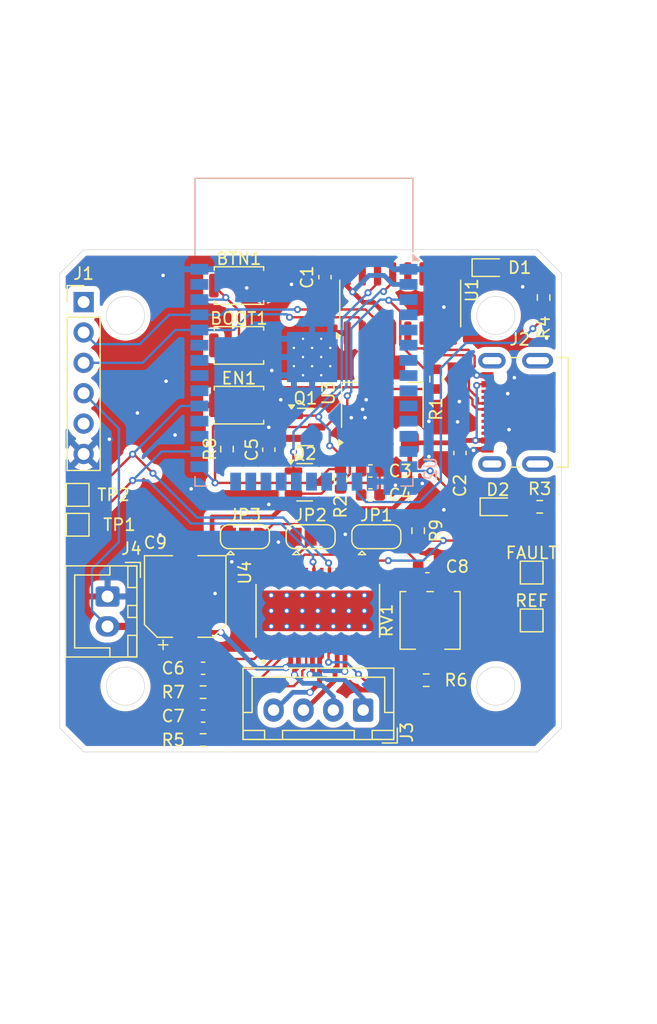
<source format=kicad_pcb>
(kicad_pcb (version 20241229) (generator "pcbnew") (generator_version "9.0")
  (layers (0 "F.Cu" signal) (2 "B.Cu" signal) (13 "F.Paste" user) (15 "B.Paste" user) (5 "F.SilkS" user "F.Silkscreen") (7 "B.SilkS" user "B.Silkscreen") (1 "F.Mask" user) (3 "B.Mask" user) (25 "Edge.Cuts" user))
  (net 0 "")
  (net 1 "ESP32_IO0")
  (net 2 "GND")
  (net 3 "BTN1")
  (net 4 "+3V3")
  (net 5 "+5V")
  (net 6 "ESP32_EN")
  (net 7 "Net-(U4-CP2)")
  (net 8 "Net-(U4-CP1)")
  (net 9 "Net-(U4-VCP)")
  (net 10 "+3.3V")
  (net 11 "Net-(D1-A)")
  (net 12 "Net-(D2-A)")
  (net 13 "RX-PROG")
  (net 15 "TX-PROG")
  (net 17 "D-")
  (net 20 "D+")
  (net 22 "Net-(J3-Pin_3)")
  (net 23 "Net-(J3-Pin_4)")
  (net 24 "Net-(J3-Pin_1)")
  (net 25 "Net-(J3-Pin_2)")
  (net 26 "Net-(JP1-C)")
  (net 27 "VBUS")
  (net 28 "Net-(JP2-C)")
  (net 29 "Net-(JP3-C)")
  (net 30 "Net-(Q1-G)")
  (net 31 "Net-(Q1-S)")
  (net 32 "Net-(U2-IO12)")
  (net 33 "Net-(U2-IO13)")
  (net 34 "Net-(U4-ISENA)")
  (net 35 "Net-(U4-ISENB)")
  (net 36 "Net-(U4-NFAULT)")
  (net 37 "Net-(U4-AVREF)")
  (net 38 "STEP")
  (net 39 "DIR")
  (net 51 "UART1_TX")
  (net 53 "UART1_RX")
  (footprint "Connector_JST:JST_XH_B4B-XH-A_1x04_P2.50mm_Vertical" (layer "F.Cu") (at 105.4 68.5 180)
    (property "Reference" "J3")
    (property "Value" "Conn_01x04_Pin")
  )
  (footprint "Jumper:SolderJumper-3_P1.3mm_Open_RoundedPad1.0x1.5mm" (layer "F.Cu") (at 106.5 54)
    (property "Reference" "JP1")
    (property "Value" "SolderJumper_3_Open")
  )
  (footprint "Capacitor_SMD:C_0603_1608Metric" (layer "F.Cu") (at 92 65 180)
    (property "Reference" "C6")
    (property "Value" "10n")
  )
  (footprint "Potentiometer_SMD:Potentiometer_Bourns_3214J_Horizontal" (layer "F.Cu") (at 111 61 90)
    (property "Reference" "RV1")
    (property "Value" "10k")
  )
  (footprint "LED_SMD:LED_0603_1608Metric" (layer "F.Cu") (at 116 31.5)
    (property "Reference" "D1")
    (property "Value" "LED")
  )
  (footprint "Connector_JST:JST_XH_B2B-XH-A_1x02_P2.50mm_Vertical" (layer "F.Cu") (at 84 59 -90)
    (property "Reference" "J4")
    (property "Value" "Conn_01x02_Pin")
  )
  (footprint "Capacitor_SMD:C_0603_1608Metric" (layer "F.Cu") (at 106 50.5 180)
    (property "Reference" "C4")
    (property "Value" "C")
  )
  (footprint "Connector_PinHeader_2.54mm:PinHeader_1x06_P2.54mm_Vertical" (layer "F.Cu") (at 82 34.38)
    (property "Reference" "J1")
    (property "Value" "Conn_01x06")
  )
  (footprint "Resistor_SMD:R_0603_1608Metric" (layer "F.Cu") (at 110 53.5 90)
    (property "Reference" "R9")
    (property "Value" "10K")
  )
  (footprint "Capacitor_SMD:C_0603_1608Metric" (layer "F.Cu") (at 113.5 47 -90)
    (property "Reference" "C2")
    (property "Value" "C")
  )
  (footprint "Jumper:SolderJumper-3_P1.3mm_Open_RoundedPad1.0x1.5mm" (layer "F.Cu") (at 101 54)
    (property "Reference" "JP2")
    (property "Value" "SolderJumper_3_Open")
  )
  (footprint "Capacitor_SMD:C_0603_1608Metric" (layer "F.Cu") (at 102.2 32.3 -90)
    (property "Reference" "C1")
    (property "Value" "C")
  )
  (footprint "Button_Switch_SMD:SW_Push_SPST_NO_Alps_SKRK" (layer "F.Cu") (at 95 43)
    (property "Reference" "EN1")
    (property "Value" "SW_Push")
  )
  (footprint "Package_TO_SOT_SMD:SOT-23" (layer "F.Cu") (at 100.5625 44.825)
    (property "Reference" "Q1")
    (property "Value" "BSS138")
  )
  (footprint "Resistor_SMD:R_0603_1608Metric" (layer "F.Cu") (at 110.675 66)
    (property "Reference" "R6")
    (property "Value" "0.10")
  )
  (footprint "LED_SMD:LED_0603_1608Metric" (layer "F.Cu") (at 116.675 51.5)
    (property "Reference" "D2")
    (property "Value" "LED")
  )
  (footprint "Capacitor_SMD:C_0603_1608Metric" (layer "F.Cu") (at 106 48.5 180)
    (property "Reference" "C3")
    (property "Value" "C")
  )
  (footprint "Capacitor_SMD:C_0603_1608Metric" (layer "F.Cu") (at 97.5 46.725 90)
    (property "Reference" "C5")
    (property "Value" "C")
  )
  (footprint "Button_Switch_SMD:SW_Push_SPST_NO_Alps_SKRK" (layer "F.Cu") (at 95 33)
    (property "Reference" "BTN1")
    (property "Value" "SW_Push")
  )
  (footprint "Resistor_SMD:R_0603_1608Metric" (layer "F.Cu") (at 111.5 40.825 90)
    (property "Reference" "R1")
    (property "Value" "R_Small")
  )
  (footprint "Resistor_SMD:R_0603_1608Metric" (layer "F.Cu") (at 120.5 34 90)
    (property "Reference" "R4")
    (property "Value" "R_Small")
  )
  (footprint "Resistor_SMD:R_0603_1608Metric" (layer "F.Cu") (at 94 46.675 90)
    (property "Reference" "R8")
    (property "Value" "R_Small")
  )
  (footprint "Capacitor_SMD:CP_Elec_6.3x5.7" (layer "F.Cu") (at 90.5 59 90)
    (property "Reference" "C9")
    (property "Value" "100n")
  )
  (footprint "Button_Switch_SMD:SW_Push_SPST_NO_Alps_SKRK" (layer "F.Cu") (at 95 38)
    (property "Reference" "BOOT1")
    (property "Value" "SW_Push")
  )
  (footprint "Resistor_SMD:R_0603_1608Metric" (layer "F.Cu") (at 92 71 180)
    (property "Reference" "R5")
    (property "Value" "0.10")
  )
  (footprint "Resistor_SMD:R_0603_1608Metric" (layer "F.Cu") (at 92 67 180)
    (property "Reference" "R7")
    (property "Value" "1M")
  )
  (footprint "Capacitor_SMD:C_0603_1608Metric" (layer "F.Cu") (at 92 69)
    (property "Reference" "C7")
    (property "Value" "0.1u")
  )
  (footprint "TestPoint:TestPoint_Pad_1.5x1.5mm" (layer "F.Cu") (at 119.5 61)
    (property "Reference" "REF")
    (property "Value" "TestPoint")
  )
  (footprint "Resistor_SMD:R_0603_1608Metric" (layer "F.Cu") (at 103.5 49.175 90)
    (property "Reference" "R2")
    (property "Value" "R_Small")
  )
  (footprint "Jumper:SolderJumper-3_P1.3mm_Open_RoundedPad1.0x1.5mm" (layer "F.Cu") (at 95.5 54)
    (property "Reference" "JP3")
    (property "Value" "SolderJumper_3_Open")
  )
  (footprint "Resistor_SMD:R_0603_1608Metric" (layer "F.Cu") (at 120.175 51.5 180)
    (property "Reference" "R3")
    (property "Value" "R_Small")
  )
  (footprint "Connector_USB:USB_C_Receptacle_JAE_DX07S016JA1R1500" (layer "F.Cu") (at 118.85 43.6 90)
    (property "Reference" "J2")
    (property "Value" "USB_C_Receptacle_USB2.0_14P")
  )
  (footprint "Package_TO_SOT_SMD:SOT-23" (layer "F.Cu") (at 100.5 49.45)
    (property "Reference" "Q2")
    (property "Value" "BSS138")
  )
  (footprint "TestPoint:TestPoint_Pad_1.5x1.5mm" (layer "F.Cu") (at 81.5 50.5)
    (property "Reference" "TP2")
    (property "Value" "TestPoint")
  )
  (footprint "Package_SO:SOIC-16_3.9x9.9mm_P1.27mm" (layer "F.Cu") (at 108.5 34.5 90)
    (property "Reference" "U1")
    (property "Value" "CH340C")
  )
  (footprint "Package_TO_SOT_SMD:SOT-223-3_TabPin2" (layer "F.Cu") (at 107 43 90)
    (property "Reference" "U3")
    (property "Value" "AMS1117-3.3")
  )
  (footprint "TestPoint:TestPoint_Pad_1.5x1.5mm" (layer "F.Cu") (at 81.5 53 -90)
    (property "Reference" "TP1")
    (property "Value" "TestPoint")
  )
  (footprint "DRV8825PWPR:IC_TPS61196PWPRQ1" (layer "F.Cu") (at 101.6 60.2 90)
    (property "Reference" "U4")
    (property "Value" "DRV8825PWPR")
  )
  (footprint "TestPoint:TestPoint_Pad_1.5x1.5mm" (layer "F.Cu") (at 119.5 57)
    (property "Reference" "FAULT")
    (property "Value" "TestPoint")
  )
  (footprint "Capacitor_SMD:C_0603_1608Metric" (layer "F.Cu") (at 110.775 56.5 180)
    (property "Reference" "C8")
    (property "Value" "0.47u")
  )
  (footprint "RF_Module:ESP32-WROOM-32" (layer "B.Cu") (at 100.4425 39.885 180)
    (property "Reference" "U2")
    (property "Value" "ESP32-WROOM-32")
  )
  (gr_line (start 82 30) (end 120 30) (stroke (width 0.05)) (layer "Edge.Cuts"))
  (gr_line (start 120 72) (end 122 70) (stroke (width 0.05)) (layer "Edge.Cuts"))
  (gr_line (start 82 30) (end 80 32) (stroke (width 0.05)) (layer "Edge.Cuts"))
  (gr_circle (center 85.5 66.5) (end 87.1 66.5) (stroke (width 0.05)) (fill no) (layer "Edge.Cuts"))
  (gr_line (start 80 70) (end 82 72) (stroke (width 0.05)) (layer "Edge.Cuts"))
  (gr_circle (center 116.5 66.5) (end 118.1 66.5) (stroke (width 0.05)) (fill no) (layer "Edge.Cuts"))
  (gr_circle (center 85.5 35.5) (end 87.1 35.5) (stroke (width 0.05)) (fill no) (layer "Edge.Cuts"))
  (gr_line (start 122 32) (end 122 70) (stroke (width 0.05)) (layer "Edge.Cuts"))
  (gr_line (start 82 72) (end 120 72) (stroke (width 0.05)) (layer "Edge.Cuts"))
  (gr_line (start 120 30) (end 122 32) (stroke (width 0.05)) (layer "Edge.Cuts"))
  (gr_line (start 80 32) (end 80 70) (stroke (width 0.05)) (layer "Edge.Cuts"))
  (gr_circle (center 116.5 35.5) (end 118.1 35.5) (stroke (width 0.05)) (fill no) (layer "Edge.Cuts"))
  (segment (start 92.824 44.810314) (end 92.824 46.42875) (width 0.2) (layer "F.Cu") (net 1))
  (segment (start 101.4375 49.45) (end 102.5375 48.35) (width 0.2) (layer "F.Cu") (net 1))
  (segment (start 102.5375 48.35) (end 103.5 48.35) (width 0.2) (layer "F.Cu") (net 1))
  (segment (start 94.6 43.034314) (end 92.824 44.810314) (width 0.2) (layer "F.Cu") (net 1))
  (segment (start 101.4375 49.45) (end 101.3875 49.5) (width 0.2) (layer "F.Cu") (net 1))
  (segment (start 94.6 39.7) (end 94.6 43.034314) (width 0.2) (layer "F.Cu") (net 1))
  (segment (start 92.9 38) (end 94.6 39.7) (width 0.2) (layer "F.Cu") (net 1))
  (segment (start 101.3875 49.5) (end 93 49.5) (width 0.2) (layer "F.Cu") (net 1))
  (segment (start 92.824 46.42875) (end 93 46.60475) (width 0.2) (layer "F.Cu") (net 1))
  (segment (start 93 46.60475) (end 93 49.5) (width 0.2) (layer "F.Cu") (net 1))
  (via (at 93 49.5) (size 0.6) (drill 0.3) (layers "F.Cu" "B.Cu") (net 1))
  (segment (start 93 49.5) (end 93 49.4525) (width 0.2) (layer "B.Cu") (net 1))
  (segment (start 93 49.4525) (end 91.6925 48.145) (width 0.2) (layer "B.Cu") (net 1))
  (segment (start 115.8 40.5) (end 114.900003 40.5) (width 0.4) (layer "F.Cu") (net 2))
  (segment (start 115.8 46.7) (end 114.716797 46.7) (width 0.4) (layer "F.Cu") (net 2))
  (segment (start 114.900003 40.5) (end 114.9 40.499997) (width 0.4) (layer "F.Cu") (net 2))
  (segment (start 114.716797 46.7) (end 114.633301 46.783496) (width 0.4) (layer "F.Cu") (net 2))
  (via (at 84.15 45.85) (size 0.6) (drill 0.3) (layers "F.Cu" "B.Cu") (net 2))
  (via (at 99.4 32.9) (size 0.6) (drill 0.3) (layers "F.Cu" "B.Cu") (net 2))
  (via (at 91 50) (size 0.6) (drill 0.3) (layers "F.Cu" "B.Cu") (net 2))
  (via (at 97.75 40.1) (size 0.6) (drill 0.3) (layers "F.Cu" "B.Cu") (net 2))
  (via (at 112.15 51.75) (size 0.6) (drill 0.3) (layers "F.Cu" "B.Cu") (net 2))
  (via (at 88.9 41) (size 0.6) (drill 0.3) (layers "F.Cu" "B.Cu") (net 2))
  (via (at 110.9 44.35) (size 0.6) (drill 0.3) (layers "F.Cu" "B.Cu") (net 2))
  (via (at 117.606438 45.048331) (size 0.6) (drill 0.3) (layers "F.Cu" "B.Cu") (net 2))
  (via (at 88.4 53.85) (size 0.6) (drill 0.3) (layers "F.Cu" "B.Cu") (net 2))
  (via (at 113.45 42.7) (size 0.6) (drill 0.3) (layers "F.Cu" "B.Cu") (net 2))
  (via (at 97.5 44.85) (size 0.6) (drill 0.3) (layers "F.Cu" "B.Cu") (net 2))
  (via (at 103.9 53.8) (size 0.6) (drill 0.3) (layers "F.Cu" "B.Cu") (net 2))
  (via (at 95.65 33.2) (size 0.6) (drill 0.3) (layers "F.Cu" "B.Cu") (net 2))
  (via (at 110.35 49.55) (size 0.6) (drill 0.3) (layers "F.Cu" "B.Cu") (net 2))
  (via (at 104.4 44.05) (size 0.6) (drill 0.3) (layers "F.Cu" "B.Cu") (net 2))
  (via (at 98.3 54.45) (size 0.6) (drill 0.3) (layers "F.Cu" "B.Cu") (net 2))
  (via (at 110.9 47.3) (size 0.6) (drill 0.3) (layers "F.Cu" "B.Cu") (net 2))
  (via (at 118.05 40.7) (size 0.6) (drill 0.3) (layers "F.Cu" "B.Cu") (net 2))
  (via (at 108.1 49.7) (size 0.6) (drill 0.3) (layers "F.Cu" "B.Cu") (net 2))
  (via (at 105.55 44.05) (size 0.6) (drill 0.3) (layers "F.Cu" "B.Cu") (net 2))
  (via (at 114.9 40.499997) (size 0.6) (drill 0.3) (layers "F.Cu" "B.Cu") (net 2))
  (via (at 94.4 56.1) (size 0.6) (drill 0.3) (layers "F.Cu" "B.Cu") (net 2))
  (via (at 118.75 33.1) (size 0.6) (drill 0.3) (layers "F.Cu" "B.Cu") (net 2))
  (via (at 89.65 45.5) (size 0.6) (drill 0.3) (layers "F.Cu" "B.Cu") (net 2))
  (via (at 114.633301 46.783496) (size 0.6) (drill 0.3) (layers "F.Cu" "B.Cu") (net 2))
  (via (at 98.5 42.55) (size 0.6) (drill 0.3) (layers "F.Cu" "B.Cu") (net 2))
  (via (at 113.3 44.4) (size 0.6) (drill 0.3) (layers "F.Cu" "B.Cu") (net 2))
  (via (at 117.495356 42.034695) (size 0.6) (drill 0.3) (layers "F.Cu" "B.Cu") (net 2))
  (via (at 86.5 43.65) (size 0.6) (drill 0.3) (layers "F.Cu" "B.Cu") (net 2))
  (via (at 105.65 42.55) (size 0.6) (drill 0.3) (layers "F.Cu" "B.Cu") (net 2))
  (via (at 93 58.75) (size 0.6) (drill 0.3) (layers "F.Cu" "B.Cu") (net 2))
  (via (at 105.35 43.35) (size 0.6) (drill 0.3) (layers "F.Cu" "B.Cu") (net 2))
  (via (at 120.75 37.4) (size 0.6) (drill 0.3) (layers "F.Cu" "B.Cu") (net 2))
  (via (at 97.5 51.3) (size 0.6) (drill 0.3) (layers "F.Cu" "B.Cu") (net 2))
  (via (at 88.65 32.15) (size 0.6) (drill 0.3) (layers "F.Cu" "B.Cu") (net 2))
  (via (at 112.15 34.8) (size 0.6) (drill 0.3) (layers "F.Cu" "B.Cu") (net 2))
  (segment (start 95 43.3) (end 95 35.1) (width 0.2) (layer "F.Cu") (net 3))
  (segment (start 94 44.3) (end 95 43.3) (width 0.2) (layer "F.Cu") (net 3))
  (segment (start 95 35.1) (end 93.9 34) (width 0.2) (layer "F.Cu") (net 3))
  (segment (start 93.9 34) (end 92.9 33) (width 0.2) (layer "F.Cu") (net 3))
  (segment (start 94 45.85) (end 94 44.3) (width 0.2) (layer "F.Cu") (net 3))
  (via (at 93.9 34) (size 0.6) (drill 0.3) (layers "F.Cu" "B.Cu") (net 3))
  (segment (start 93.725 34.175) (end 93.9 34) (width 0.2) (layer "B.Cu") (net 3))
  (segment (start 91.6925 34.175) (end 93.725 34.175) (width 0.2) (layer "B.Cu") (net 3))
  (segment (start 105.775 49.5) (end 106.775 50.5) (width 0.2) (layer "F.Cu") (net 4))
  (segment (start 107.865 36.975) (end 107.865 36.000001) (width 0.4) (layer "F.Cu") (net 4))
  (segment (start 103.555 31.525) (end 104.055 32.025) (width 0.4) (layer "F.Cu") (net 4))
  (segment (start 107.865 38.985) (end 107 39.85) (width 0.4) (layer "F.Cu") (net 4))
  (segment (start 107 41.5) (end 107 39.85) (width 0.4) (layer "F.Cu") (net 4))
  (segment (start 94 47.5) (end 95.9 45.6) (width 0.2) (layer "F.Cu") (net 4))
  (segment (start 106.775 46.375) (end 107 46.15) (width 0.2) (layer "F.Cu") (net 4))
  (segment (start 107.15 41.65) (end 107 41.5) (width 0.2) (layer "F.Cu") (net 4))
  (segment (start 95.9 42.485936) (end 96.885936 41.5) (width 0.2) (layer "F.Cu") (net 4))
  (segment (start 106.264999 34.4) (end 105.4 34.4) (width 0.4) (layer "F.Cu") (net 4))
  (segment (start 104.525 33.525) (end 104.055 33.055) (width 0.4) (layer "F.Cu") (net 4))
  (segment (start 111.5 41.65) (end 107.15 41.65) (width 0.2) (layer "F.Cu") (net 4))
  (segment (start 107.865 36.000001) (end 106.264999 34.4) (width 0.4) (layer "F.Cu") (net 4))
  (segment (start 105.4 34.4) (end 104.525 33.525) (width 0.4) (layer "F.Cu") (net 4))
  (segment (start 95.9 45.6) (end 95.9 42.485936) (width 0.2) (layer "F.Cu") (net 4))
  (segment (start 107.865 36.975) (end 107.865 38.985) (width 0.4) (layer "F.Cu") (net 4))
  (segment (start 106.775 50.5) (end 106.775 48.5) (width 0.2) (layer "F.Cu") (net 4))
  (segment (start 103.5 50) (end 104 49.5) (width 0.2) (layer "F.Cu") (net 4))
  (segment (start 106.775 48.5) (end 106.775 46.375) (width 0.2) (layer "F.Cu") (net 4))
  (segment (start 104 49.5) (end 105.775 49.5) (width 0.2) (layer "F.Cu") (net 4))
  (segment (start 107 46.15) (end 107 41.5) (width 0.4) (layer "F.Cu") (net 4))
  (segment (start 104.055 33.055) (end 104.055 32.025) (width 0.4) (layer "F.Cu") (net 4))
  (segment (start 102.2 31.525) (end 103.555 31.525) (width 0.4) (layer "F.Cu") (net 4))
  (segment (start 96.885936 41.5) (end 107 41.5) (width 0.2) (layer "F.Cu") (net 4))
  (via (at 104.525 33.525) (size 0.6) (drill 0.3) (layers "F.Cu" "B.Cu") (net 4))
  (segment (start 105.9 32.15) (end 104.525 33.525) (width 0.4) (layer "B.Cu") (net 4))
  (segment (start 109.1925 32.905) (end 107.905 32.905) (width 0.4) (layer "B.Cu") (net 4))
  (segment (start 107.15 32.15) (end 105.9 32.15) (width 0.4) (layer "B.Cu") (net 4))
  (segment (start 107.905 32.905) (end 107.15 32.15) (width 0.4) (layer "B.Cu") (net 4))
  (segment (start 103.875 63) (end 103.875 65.234502) (width 0.4) (layer "F.Cu") (net 5))
  (segment (start 114.8 45.95) (end 113.775 45.95) (width 0.4) (layer "F.Cu") (net 5))
  (segment (start 109.3 46.15) (end 109.3 50.25) (width 0.4) (layer "F.Cu") (net 5))
  (segment (start 99.325 63) (end 99.325 64.553233) (width 0.4) (layer "F.Cu") (net 5))
  (segment (start 92.75 57.7) (end 92.75 52.35) (width 0.4) (layer "F.Cu") (net 5))
  (segment (start 98.25 51.9) (end 97.8 52.35) (width 0.4) (layer "F.Cu") (net 5))
  (segment (start 115 41.25) (end 114.9 41.35) (width 0.2) (layer "F.Cu") (net 5))
  (segment (start 90 65.825) (end 91.175 67) (width 0.4) (layer "F.Cu") (net 5))
  (segment (start 84 61.5) (end 90.3 61.5) (width 0.6) (layer "F.Cu") (net 5))
  (segment (start 93.5 62) (end 90.8 62) (width 0.4) (layer "F.Cu") (net 5))
  (segment (start 109.3 50.25) (end 107.9 51.65) (width 0.4) (layer "F.Cu") (net 5))
  (segment (start 97.8 52.35) (end 92.75 52.35) (width 0.4) (layer "F.Cu") (net 5))
  (segment (start 107.9 51.65) (end 98.5 51.65) (width 0.4) (layer "F.Cu") (net 5))
  (segment (start 113.775 45.95) (end 113.5 46.225) (width 0.4) (layer "F.Cu") (net 5))
  (segment (start 90.3 61.5) (end 90.5 61.7) (width 0.6) (layer "F.Cu") (net 5))
  (segment (start 90.5 61.7) (end 90.5 59.95) (width 0.4) (layer "F.Cu") (net 5))
  (segment (start 103.875 65.234502) (end 103.853374 65.256128) (width 0.4) (layer "F.Cu") (net 5))
  (segment (start 113.425 46.15) (end 113.5 46.225) (width 0.4) (layer "F.Cu") (net 5))
  (segment (start 99.325 64.553233) (end 98.924197 64.954036) (width 0.4) (layer "F.Cu") (net 5))
  (segment (start 90 62.2) (end 90 65.825) (width 0.4) (layer "F.Cu") (net 5))
  (segment (start 90.8 62) (end 90.5 61.7) (width 0.4) (layer "F.Cu") (net 5))
  (segment (start 115.8 45.95) (end 114.8 45.95) (width 0.4) (layer "F.Cu") (net 5))
  (segment (start 91.225 69) (end 91.225 67.05) (width 0.4) (layer "F.Cu") (net 5))
  (segment (start 109.3 46.15) (end 113.425 46.15) (width 0.4) (layer "F.Cu") (net 5))
  (segment (start 115.8 41.25) (end 115 41.25) (width 0.2) (layer "F.Cu") (net 5))
  (segment (start 91.225 67.05) (end 91.175 67) (width 0.4) (layer "F.Cu") (net 5))
  (segment (start 90.5 59.95) (end 92.75 57.7) (width 0.4) (layer "F.Cu") (net 5))
  (segment (start 90.5 61.7) (end 90 62.2) (width 0.4) (layer "F.Cu") (net 5))
  (segment (start 98.5 51.65) (end 98.25 51.9) (width 0.4) (layer "F.Cu") (net 5))
  (via (at 103.853374 65.256128) (size 0.6) (drill 0.4) (layers "F.Cu" "B.Cu") (net 5))
  (via (at 98.924197 64.954036) (size 0.6) (drill 0.4) (layers "F.Cu" "B.Cu") (net 5))
  (via (at 114.9 41.35) (size 0.6) (drill 0.3) (layers "F.Cu" "B.Cu") (net 5))
  (via (at 93.5 62) (size 0.6) (drill 0.4) (layers "F.Cu" "B.Cu") (net 5))
  (via (at 114.8 45.95) (size 0.6) (drill 0.3) (layers "F.Cu" "B.Cu") (net 5))
  (segment (start 98.924197 64.954036) (end 99.067551 64.810682) (width 0.4) (layer "B.Cu") (net 5))
  (segment (start 98.878233 65) (end 98.924197 64.954036) (width 0.4) (layer "B.Cu") (net 5))
  (segment (start 102.148959 65.20962) (end 103.806866 65.20962) (width 0.4) (layer "B.Cu") (net 5))
  (segment (start 82.699 56.701) (end 82.699 60.199) (width 0.2) (layer "B.Cu") (net 5))
  (segment (start 114.9 45.85) (end 114.8 45.95) (width 0.2) (layer "B.Cu") (net 5))
  (segment (start 82 42) (end 84.95 44.95) (width 0.2) (layer "B.Cu") (net 5))
  (segment (start 103.806866 65.20962) (end 103.853374 65.256128) (width 0.4) (layer "B.Cu") (net 5))
  (segment (start 101.750021 64.810682) (end 102.148959 65.20962) (width 0.4) (layer "B.Cu") (net 5))
  (segment (start 84.95 44.95) (end 84.95 54.45) (width 0.2) (layer "B.Cu") (net 5))
  (segment (start 82.699 60.199) (end 84 61.5) (width 0.2) (layer "B.Cu") (net 5))
  (segment (start 84.95 54.45) (end 82.699 56.701) (width 0.2) (layer "B.Cu") (net 5))
  (segment (start 99.067551 64.810682) (end 101.750021 64.810682) (width 0.4) (layer "B.Cu") (net 5))
  (segment (start 114.9 41.35) (end 114.9 45.85) (width 0.2) (layer "B.Cu") (net 5))
  (segment (start 93.5 62) (end 96.5 65) (width 0.4) (layer "B.Cu") (net 5))
  (segment (start 96.5 65) (end 98.878233 65) (width 0.4) (layer "B.Cu") (net 5))
  (segment (start 110.543032 40) (end 108.5 37.956968) (width 0.2) (layer "F.Cu") (net 6))
  (segment (start 107.55625 34.23125) (end 107.533333 34.23125) (width 0.2) (layer "F.Cu") (net 6))
  (segment (start 97.5 47.5) (end 98.55 46.45) (width 0.2) (layer "F.Cu") (net 6))
  (segment (start 108.5 37.956968) (end 108.5 35.175) (width 0.2) (layer "F.Cu") (net 6))
  (segment (start 104.067462 42.995037) (end 104.067462 42.217462) (width 0.2) (layer "F.Cu") (net 6))
  (segment (start 98.55 45.2) (end 98.925 44.825) (width 0.2) (layer "F.Cu") (net 6))
  (segment (start 98.55 46.45) (end 98.55 45.2) (width 0.2) (layer "F.Cu") (net 6))
  (segment (start 97.1 43) (end 98.925 44.825) (width 0.2) (layer "F.Cu") (net 6))
  (segment (start 108.5 35.175) (end 107.55625 34.23125) (width 0.2) (layer "F.Cu") (net 6))
  (segment (start 111.5 40) (end 110.543032 40) (width 0.2) (layer "F.Cu") (net 6))
  (segment (start 102.237499 44.825) (end 104.067462 42.995037) (width 0.2) (layer "F.Cu") (net 6))
  (segment (start 101.5 44.825) (end 102.237499 44.825) (width 0.2) (layer "F.Cu") (net 6))
  (segment (start 98.925 44.825) (end 101.5 44.825) (width 0.2) (layer "F.Cu") (net 6))
  (via (at 104.067462 42.217462) (size 0.6) (drill 0.3) (layers "F.Cu" "B.Cu") (net 6))
  (via (at 107.533333 34.23125) (size 0.6) (drill 0.3) (layers "F.Cu" "B.Cu") (net 6))
  (segment (start 106.825 34.175) (end 104.4 36.6) (width 0.2) (layer "B.Cu") (net 6))
  (segment (start 107.589583 34.175) (end 107.533333 34.23125) (width 0.2) (layer "B.Cu") (net 6))
  (segment (start 104.4 41.884924) (end 104.067462 42.217462) (width 0.2) (layer "B.Cu") (net 6))
  (segment (start 104.4 36.6) (end 104.4 41.884924) (width 0.2) (layer "B.Cu") (net 6))
  (segment (start 107.477083 34.175) (end 106.825 34.175) (width 0.2) (layer "B.Cu") (net 6))
  (segment (start 109.1925 34.175) (end 107.589583 34.175) (width 0.2) (layer "B.Cu") (net 6))
  (segment (start 107.533333 34.23125) (end 107.477083 34.175) (width 0.2) (layer "B.Cu") (net 6))
  (segment (start 92.775 65) (end 97.025 65) (width 0.2) (layer "F.Cu") (net 7))
  (segment (start 98.025 64) (end 98.025 63) (width 0.2) (layer "F.Cu") (net 7))
  (segment (start 97.025 65) (end 98.025 64) (width 0.2) (layer "F.Cu") (net 7))
  (segment (start 97.375 63.125) (end 97.375 63) (width 0.2) (layer "F.Cu") (net 8))
  (segment (start 92.001 64.224) (end 96.276 64.224) (width 0.2) (layer "F.Cu") (net 8))
  (segment (start 96.276 64.224) (end 97.375 63.125) (width 0.2) (layer "F.Cu") (net 8))
  (segment (start 91.225 65) (end 92.001 64.224) (width 0.2) (layer "F.Cu") (net 8))
  (segment (start 92.775 67.05) (end 92.825 67) (width 0.2) (layer "F.Cu") (net 9))
  (segment (start 93.5 67) (end 94.5 66) (width 0.2) (layer "F.Cu") (net 9))
  (segment (start 94.5 66) (end 96.675 66) (width 0.2) (layer "F.Cu") (net 9))
  (segment (start 92.825 67) (end 93.5 67) (width 0.2) (layer "F.Cu") (net 9))
  (segment (start 96.675 66) (end 98.675 64) (width 0.2) (layer "F.Cu") (net 9))
  (segment (start 92.775 69) (end 92.775 67.05) (width 0.2) (layer "F.Cu") (net 9))
  (segment (start 98.675 64) (end 98.675 63) (width 0.2) (layer "F.Cu") (net 9))
  (segment (start 107.144 52.944) (end 107.8 53.6) (width 0.2) (layer "F.Cu") (net 10))
  (segment (start 110 57) (end 110 58.85) (width 0.2) (layer "F.Cu") (net 10))
  (segment (start 110 58.85) (end 109.85 59) (width 0.2) (layer "F.Cu") (net 10))
  (segment (start 110 52.675) (end 109.125 52.675) (width 0.2) (layer "F.Cu") (net 10))
  (segment (start 109.125 52.675) (end 107.8 54) (width 0.2) (layer "F.Cu") (net 10))
  (segment (start 103.356 52.944) (end 107.144 52.944) (width 0.2) (layer "F.Cu") (net 10))
  (segment (start 109.6 57.4) (end 105.825 57.4) (width 0.2) (layer "F.Cu") (net 10))
  (segment (start 110 56.5) (end 110 57) (width 0.2) (layer "F.Cu") (net 10))
  (segment (start 110 56.2) (end 107.8 54) (width 0.2) (layer "F.Cu") (net 10))
  (segment (start 110 56.5) (end 110 56.2) (width 0.2) (layer "F.Cu") (net 10))
  (segment (start 96.8 54) (end 97.856 52.944) (width 0.2) (layer "F.Cu") (net 10))
  (segment (start 102.3 53.448) (end 102.3 54) (width 0.2) (layer "F.Cu") (net 10))
  (segment (start 102.3 54) (end 103.356 52.944) (width 0.2) (layer "F.Cu") (net 10))
  (segment (start 101.796 52.944) (end 102.3 53.448) (width 0.2) (layer "F.Cu") (net 10))
  (segment (start 97.856 52.944) (end 101.796 52.944) (width 0.2) (layer "F.Cu") (net 10))
  (segment (start 110 57) (end 109.6 57.4) (width 0.2) (layer "F.Cu") (net 10))
  (segment (start 107.8 53.6) (end 107.8 54) (width 0.2) (layer "F.Cu") (net 10))
  (segment (start 120.5 33.175) (end 120.5 32.8) (width 0.2) (layer "F.Cu") (net 11))
  (segment (start 120.5 32.8) (end 119.2 31.5) (width 0.2) (layer "F.Cu") (net 11))
  (segment (start 119.2 31.5) (end 116.7875 31.5) (width 0.2) (layer "F.Cu") (net 11))
  (segment (start 117.4625 51.5) (end 119.35 51.5) (width 0.2) (layer "F.Cu") (net 12))
  (segment (start 105.594999 35) (end 99.9 35) (width 0.2) (layer "F.Cu") (net 13))
  (segment (start 106.595 36.000001) (end 105.594999 35) (width 0.2) (layer "F.Cu") (net 13))
  (segment (start 106.595 36.975) (end 106.595 36.000001) (width 0.2) (layer "F.Cu") (net 13))
  (via (at 99.9 35) (size 0.6) (drill 0.3) (layers "F.Cu" "B.Cu") (net 13))
  (segment (start 93.555 35.445) (end 91.6925 35.445) (width 0.2) (layer "B.Cu") (net 13))
  (segment (start 89.155 35.445) (end 91.6925 35.445) (width 0.2) (layer "B.Cu") (net 13))
  (segment (start 86.7 37.9) (end 89.155 35.445) (width 0.2) (layer "B.Cu") (net 13))
  (segment (start 99.9 35) (end 94 35) (width 0.2) (layer "B.Cu") (net 13))
  (segment (start 82.98 37.9) (end 86.7 37.9) (width 0.2) (layer "B.Cu") (net 13))
  (segment (start 94 35) (end 93.555 35.445) (width 0.2) (layer "B.Cu") (net 13))
  (segment (start 82 36.92) (end 82.98 37.9) (width 0.2) (layer "B.Cu") (net 13))
  (segment (start 105.325 36.975) (end 105.325 36.000001) (width 0.2) (layer "F.Cu") (net 15))
  (segment (start 105.325 36.000001) (end 104.974999 35.65) (width 0.2) (layer "F.Cu") (net 15))
  (segment (start 104.974999 35.65) (end 99.230324 35.65) (width 0.2) (layer "F.Cu") (net 15))
  (via (at 99.230324 35.65) (size 0.6) (drill 0.3) (layers "F.Cu" "B.Cu") (net 15))
  (segment (start 89.685 36.715) (end 91.6925 36.715) (width 0.2) (layer "B.Cu") (net 15))
  (segment (start 94.585 36.715) (end 95.9 35.4) (width 0.2) (layer "B.Cu") (net 15))
  (segment (start 91.6925 36.715) (end 94.585 36.715) (width 0.2) (layer "B.Cu") (net 15))
  (segment (start 82 39.46) (end 86.94 39.46) (width 0.2) (layer "B.Cu") (net 15))
  (segment (start 86.94 39.46) (end 89.685 36.715) (width 0.2) (layer "B.Cu") (net 15))
  (segment (start 95.9 35.4) (end 98.980324 35.4) (width 0.2) (layer "B.Cu") (net 15))
  (segment (start 98.980324 35.4) (end 99.230324 35.65) (width 0.2) (layer "B.Cu") (net 15))
  (segment (start 111.171397 38.375) (end 110.405 37.608603) (width 0.2) (layer "F.Cu") (net 17))
  (segment (start 114.25 41.669239) (end 114.25 40.230758) (width 0.2) (layer "F.Cu") (net 17))
  (segment (start 115.8 44.35) (end 116.537 44.35) (width 0.2) (layer "F.Cu") (net 17))
  (segment (start 115.063 42.85) (end 114.999 42.786) (width 0.2) (layer "F.Cu") (net 17))
  (segment (start 116.601 44.286) (end 116.601 42.914) (width 0.2) (layer "F.Cu") (net 17))
  (segment (start 110.405 37.608603) (end 110.405 36.975) (width 0.2) (layer "F.Cu") (net 17))
  (segment (start 116.537 44.35) (end 116.601 44.286) (width 0.2) (layer "F.Cu") (net 17))
  (segment (start 114.25 40.230758) (end 114.724 39.756758) (width 0.2) (layer "F.Cu") (net 17))
  (segment (start 115.8 42.85) (end 115.063 42.85) (width 0.2) (layer "F.Cu") (net 17))
  (segment (start 114.999 42.786) (end 114.999 42.418239) (width 0.2) (layer "F.Cu") (net 17))
  (segment (start 116.537 42.85) (end 115.8 42.85) (width 0.2) (layer "F.Cu") (net 17))
  (segment (start 114.193198 38.375) (end 111.171397 38.375) (width 0.2) (layer "F.Cu") (net 17))
  (segment (start 114.999 42.418239) (end 114.25 41.669239) (width 0.2) (layer "F.Cu") (net 17))
  (segment (start 116.601 42.914) (end 116.537 42.85) (width 0.2) (layer "F.Cu") (net 17))
  (segment (start 114.724 38.905802) (end 114.193198 38.375) (width 0.2) (layer "F.Cu") (net 17))
  (segment (start 114.724 39.756758) (end 114.724 38.905802) (width 0.2) (layer "F.Cu") (net 17))
  (segment (start 109.436001 38.251) (end 109.135 37.949999) (width 0.2) (layer "F.Cu") (net 20))
  (segment (start 115.8 43.85) (end 115.8 43.35) (width 0.2) (layer "F.Cu") (net 20))
  (segment (start 114.926632 43.35) (end 114.54902 42.972388) (width 0.2) (layer "F.Cu") (net 20))
  (segment (start 113.85 41.834924) (end 113.85 40.065072) (width 0.2) (layer "F.Cu") (net 20))
  (segment (start 110.411 38.251) (end 109.436001 38.251) (width 0.2) (layer "F.Cu") (net 20))
  (segment (start 113.85 40.065072) (end 114.27402 39.641052) (width 0.2) (layer "F.Cu") (net 20))
  (segment (start 114.54902 42.972388) (end 114.54902 42.533945) (width 0.2) (layer "F.Cu") (net 20))
  (segment (start 110.985 38.825) (end 110.411 38.251) (width 0.2) (layer "F.Cu") (net 20))
  (segment (start 115.8 43.35) (end 114.926632 43.35) (width 0.2) (layer "F.Cu") (net 20))
  (segment (start 114.006802 38.825) (end 110.985 38.825) (width 0.2) (layer "F.Cu") (net 20))
  (segment (start 109.135 37.949999) (end 109.135 36.975) (width 0.2) (layer "F.Cu") (net 20))
  (segment (start 114.54902 42.533945) (end 113.85 41.834924) (width 0.2) (layer "F.Cu") (net 20))
  (segment (start 114.27402 39.092218) (end 114.006802 38.825) (width 0.2) (layer "F.Cu") (net 20))
  (segment (start 114.27402 39.641052) (end 114.27402 39.092218) (width 0.2) (layer "F.Cu") (net 20))
  (segment (start 103.04038 65.98462) (end 103.04038 65.020281) (width 0.4) (layer "F.Cu") (net 22))
  (segment (start 100.525 68.5) (end 103.04038 65.98462) (width 0.4) (layer "F.Cu") (net 22))
  (segment (start 103.225 64.835661) (end 103.225 63) (width 0.4) (layer "F.Cu") (net 22))
  (segment (start 100.4 68.5) (end 100.525 68.5) (width 0.4) (layer "F.Cu") (net 22))
  (segment (start 103.04038 65.020281) (end 103.225 64.835661) (width 0.4) (layer "F.Cu") (net 22))
  (segment (start 101.75 66.214197) (end 100.952515 67.011682) (width 0.4) (layer "F.Cu") (net 23))
  (segment (start 101.925 63) (end 101.925 64.014339) (width 0.4) (layer "F.Cu") (net 23))
  (segment (start 101.75 64.189339) (end 101.75 66.214197) (width 0.4) (layer "F.Cu") (net 23))
  (segment (start 101.925 64.014339) (end 101.75 64.189339) (width 0.4) (layer "F.Cu") (net 23))
  (via (at 100.952515 67.011682) (size 0.6) (drill 0.4) (layers "F.Cu" "B.Cu") (net 23))
  (segment (start 98.025 68.5) (end 99.513318 67.011682) (width 0.4) (layer "B.Cu") (net 23))
  (segment (start 99.513318 67.011682) (end 100.952515 67.011682) (width 0.4) (layer "B.Cu") (net 23))
  (segment (start 97.9 68.5) (end 98.025 68.5) (width 0.4) (layer "B.Cu") (net 23))
  (segment (start 101.275 63) (end 101.275 63.815811) (width 0.4) (layer "F.Cu") (net 24))
  (segment (start 101.15 63.940811) (end 101.15 65.312702) (width 0.4) (layer "F.Cu") (net 24))
  (segment (start 101.15 65.312702) (end 100.95102 65.511682) (width 0.4) (layer "F.Cu") (net 24))
  (segment (start 101.275 63.815811) (end 101.15 63.940811) (width 0.4) (layer "F.Cu") (net 24))
  (via (at 100.95102 65.511682) (size 0.6) (drill 0.4) (layers "F.Cu" "B.Cu") (net 24))
  (segment (start 102.289338 65.85) (end 101.940811 65.85) (width 0.4) (layer "B.Cu") (net 24))
  (segment (start 101.940811 65.85) (end 101.602493 65.511682) (width 0.4) (layer "B.Cu") (net 24))
  (segment (start 103.83462 65.95962) (end 102.398958 65.95962) (width 0.4) (layer "B.Cu") (net 24))
  (segment (start 105.4 68.5) (end 105.4 67.525) (width 0.4) (layer "B.Cu") (net 24))
  (segment (start 102.398958 65.95962) (end 102.289338 65.85) (width 0.4) (layer "B.Cu") (net 24))
  (segment (start 105.4 67.525) (end 103.83462 65.95962) (width 0.4) (layer "B.Cu") (net 24))
  (segment (start 101.602493 65.511682) (end 100.95102 65.511682) (width 0.4) (layer "B.Cu") (net 24))
  (segment (start 99.975 64.861356) (end 99.65102 65.185336) (width 0.4) (layer "F.Cu") (net 25))
  (segment (start 99.975 63) (end 99.975 64.861356) (width 0.4) (layer "F.Cu") (net 25))
  (segment (start 99.65102 65.185336) (end 99.65102 65.560682) (width 0.4) (layer "F.Cu") (net 25))
  (via (at 99.65102 65.560682) (size 0.6) (drill 0.4) (layers "F.Cu" "B.Cu") (net 25))
  (segment (start 101.503965 66.261682) (end 100.35202 66.261682) (width 0.4) (layer "B.Cu") (net 25))
  (segment (start 102.9 67.375) (end 101.975 66.45) (width 0.4) (layer "B.Cu") (net 25))
  (segment (start 101.975 66.45) (end 101.692283 66.45) (width 0.4) (layer "B.Cu") (net 25))
  (segment (start 101.692283 66.45) (end 101.503965 66.261682) (width 0.4) (layer "B.Cu") (net 25))
  (segment (start 102.9 68.5) (end 102.9 67.375) (width 0.4) (layer "B.Cu") (net 25))
  (segment (start 100.35202 66.261682) (end 99.65102 65.560682) (width 0.4) (layer "B.Cu") (net 25))
  (segment (start 100.5 55.5) (end 99.975 56.025) (width 0.2) (layer "F.Cu") (net 26))
  (segment (start 105.95 55.5) (end 100.5 55.5) (width 0.2) (layer "F.Cu") (net 26))
  (segment (start 106.5 54.95) (end 105.95 55.5) (width 0.2) (layer "F.Cu") (net 26))
  (segment (start 106.5 54) (end 106.5 54.95) (width 0.2) (layer "F.Cu") (net 26))
  (segment (start 99.975 56.025) (end 99.975 57.4) (width 0.2) (layer "F.Cu") (net 26))
  (segment (start 104.525 57.4) (end 105.175 57.4) (width 0.2) (layer "F.Cu") (net 27))
  (segment (start 101 54) (end 101 54.434314) (width 0.2) (layer "F.Cu") (net 28))
  (segment (start 99.325 56.109314) (end 99.325 57.4) (width 0.2) (layer "F.Cu") (net 28))
  (segment (start 101 54.434314) (end 99.325 56.109314) (width 0.2) (layer "F.Cu") (net 28))
  (segment (start 95.5 54.95) (end 96.55 56) (width 0.2) (layer "F.Cu") (net 29))
  (segment (start 98.675 56.201) (end 98.675 57.4) (width 0.2) (layer "F.Cu") (net 29))
  (segment (start 96.55 56) (end 98.474 56) (width 0.2) (layer "F.Cu") (net 29))
  (segment (start 98.474 56) (end 98.675 56.201) (width 0.2) (layer "F.Cu") (net 29))
  (segment (start 95.5 54) (end 95.5 54.95) (width 0.2) (layer "F.Cu") (net 29))
  (segment (start 104 49) (end 103.949 49.051) (width 0.2) (layer "F.Cu") (net 30))
  (segment (start 101.57693 43.875) (end 101.67693 43.975) (width 0.2) (layer "F.Cu") (net 30))
  (segment (start 104.276 48.763064) (end 104.039064 49) (width 0.2) (layer "F.Cu") (net 30))
  (segment (start 102.6 46.4) (end 102.739064 46.4) (width 0.2) (layer "F.Cu") (net 30))
  (segment (start 104.276 47.936936) (end 104.276 48.763064) (width 0.2) (layer "F.Cu") (net 30))
  (segment (start 101.902828 50.4) (end 99.5625 50.4) (width 0.2) (layer "F.Cu") (net 30))
  (segment (start 104.039064 49) (end 104 49) (width 0.2) (layer "F.Cu") (net 30))
  (segment (start 102.739064 46.4) (end 104.276 47.936936) (width 0.2) (layer "F.Cu") (net 30))
  (segment (start 103.251828 49.051) (end 101.902828 50.4) (width 0.2) (layer "F.Cu") (net 30))
  (segment (start 103.949 49.051) (end 103.251828 49.051) (width 0.2) (layer "F.Cu") (net 30))
  (segment (start 107.865 32.735) (end 107.1 33.5) (width 0.2) (layer "F.Cu") (net 30))
  (segment (start 107.865 32.025) (end 107.865 32.735) (width 0.2) (layer "F.Cu") (net 30))
  (segment (start 99.625 43.875) (end 101.57693 43.875) (width 0.2) (layer "F.Cu") (net 30))
  (via (at 101.67693 43.975) (size 0.6) (drill 0.3) (layers "F.Cu" "B.Cu") (net 30))
  (via (at 102.6 46.4) (size 0.6) (drill 0.3) (layers "F.Cu" "B.Cu") (net 30))
  (via (at 107.1 33.5) (size 0.6) (drill 0.3) (layers "F.Cu" "B.Cu") (net 30))
  (segment (start 102.6 45.1) (end 101.67693 44.17693) (width 0.2) (layer "B.Cu") (net 30))
  (segment (start 104 41.41924) (end 101.67693 43.74231) (width 0.2) (layer "B.Cu") (net 30))
  (segment (start 101.67693 44.17693) (end 101.67693 43.975) (width 0.2) (layer "B.Cu") (net 30))
  (segment (start 105.85 34.25) (end 104 36.1) (width 0.2) (layer "B.Cu") (net 30))
  (segment (start 106.069239 34.25) (end 105.85 34.25) (width 0.2) (layer "B.Cu") (net 30))
  (segment (start 106.819239 33.5) (end 106.069239 34.25) (width 0.2) (layer "B.Cu") (net 30))
  (segment (start 104 36.1) (end 104 41.41924) (width 0.2) (layer "B.Cu") (net 30))
  (segment (start 101.67693 43.74231) (end 101.67693 43.975) (width 0.2) (layer "B.Cu") (net 30))
  (segment (start 102.6 46.4) (end 102.6 45.1) (width 0.2) (layer "B.Cu") (net 30))
  (segment (start 107.1 33.5) (end 106.819239 33.5) (width 0.2) (layer "B.Cu") (net 30))
  (segment (start 99.5625 48.5) (end 99.5625 46.9) (width 0.2) (layer "F.Cu") (net 31))
  (segment (start 99.5625 46.9) (end 99.5625 45.8375) (width 0.2) (layer "F.Cu") (net 31))
  (segment (start 99.5625 45.8375) (end 99.625 45.775) (width 0.2) (layer "F.Cu") (net 31))
  (segment (start 106.595 32.805) (end 105.8 33.6) (width 0.2) (layer "F.Cu") (net 31))
  (segment (start 106.595 32.025) (end 106.595 32.805) (width 0.2) (layer "F.Cu") (net 31))
  (via (at 99.5625 46.9) (size 0.6) (drill 0.3) (layers "F.Cu" "B.Cu") (net 31))
  (via (at 105.8 33.6) (size 0.6) (drill 0.3) (layers "F.Cu" "B.Cu") (net 31))
  (segment (start 99.5625 45.2375) (end 99.5625 46.9) (width 0.2) (layer "B.Cu") (net 31))
  (segment (start 103.6 35.8) (end 103.6 41.2) (width 0.2) (layer "B.Cu") (net 31))
  (segment (start 105.8 33.6) (end 103.6 35.8) (width 0.2) (layer "B.Cu") (net 31))
  (segment (start 103.6 41.2) (end 99.5625 45.2375) (width 0.2) (layer "B.Cu") (net 31))
  (segment (start 112.5 50) (end 111 48.5) (width 0.2) (layer "F.Cu") (net 32))
  (segment (start 119.5 50) (end 112.5 50) (width 0.2) (layer "F.Cu") (net 32))
  (segment (start 121 51.5) (end 119.5 50) (width 0.2) (layer "F.Cu") (net 32))
  (via (at 111 48.5) (size 0.6) (drill 0.3) (layers "F.Cu" "B.Cu") (net 32))
  (segment (start 109.5475 48.5) (end 109.1925 48.145) (width 0.2) (layer "B.Cu") (net 32))
  (segment (start 111 48.5) (end 109.5475 48.5) (width 0.2) (layer "B.Cu") (net 32))
  (segment (start 120.5 35.7) (end 119.6 36.6) (width 0.2) (layer "F.Cu") (net 33))
  (segment (start 120.5 34.825) (end 120.5 35.7) (width 0.2) (layer "F.Cu") (net 33))
  (via (at 119.6 36.6) (size 0.6) (drill 0.3) (layers "F.Cu" "B.Cu") (net 33))
  (segment (start 114 37.8) (end 111.9 39.9) (width 0.2) (layer "B.Cu") (net 33))
  (segment (start 105.6375 51.1) (end 104.8825 50.345) (width 0.2) (layer "B.Cu") (net 33))
  (segment (start 110.1 51.1) (end 105.6375 51.1) (width 0.2) (layer "B.Cu") (net 33))
  (segment (start 111.9 39.9) (end 111.9 49.3) (width 0.2) (layer "B.Cu") (net 33))
  (segment (start 118.4 37.8) (end 114 37.8) (width 0.2) (layer "B.Cu") (net 33))
  (segment (start 111.9 49.3) (end 110.1 51.1) (width 0.2) (layer "B.Cu") (net 33))
  (segment (start 119.6 36.6) (end 118.4 37.8) (width 0.2) (layer "B.Cu") (net 33))
  (segment (start 104.8825 50.345) (end 104.8825 49.395) (width 0.2) (layer "B.Cu") (net 33))
  (segment (start 94 69.825) (end 94 68) (width 0.2) (layer "F.Cu") (net 34))
  (segment (start 95.5 66.5) (end 99.581941 66.5) (width 0.2) (layer "F.Cu") (net 34))
  (segment (start 99.581941 66.5) (end 100.30102 65.780921) (width 0.2) (layer "F.Cu") (net 34))
  (segment (start 100.625 64.918463) (end 100.625 63) (width 0.2) (layer "F.Cu") (net 34))
  (segment (start 94 68) (end 95.5 66.5) (width 0.2) (layer "F.Cu") (net 34))
  (segment (start 100.30102 65.780921) (end 100.30102 65.242443) (width 0.2) (layer "F.Cu") (net 34))
  (segment (start 100.30102 65.242443) (end 100.625 64.918463) (width 0.2) (layer "F.Cu") (net 34))
  (segment (start 92.825 71) (end 94 69.825) (width 0.2) (layer "F.Cu") (net 34))
  (segment (start 105.5 66) (end 105 65.5) (width 0.2) (layer "F.Cu") (net 35))
  (segment (start 102.5 63.075) (end 102.575 63) (width 0.2) (layer "F.Cu") (net 35))
  (segment (start 109.85 66) (end 105.5 66) (width 0.2) (layer "F.Cu") (net 35))
  (segment (start 102.5 64.5) (end 102.5 63.075) (width 0.2) (layer "F.Cu") (net 35))
  (via (at 105 65.5) (size 0.6) (drill 0.3) (layers "F.Cu" "B.Cu") (net 35))
  (via (at 102.5 64.5) (size 0.6) (drill 0.3) (layers "F.Cu" "B.Cu") (net 35))
  (segment (start 104 64.5) (end 102.5 64.5) (width 0.2) (layer "B.Cu") (net 35))
  (segment (start 105 65.5) (end 104 64.5) (width 0.2) (layer "B.Cu") (net 35))
  (segment (start 119.5 57) (end 116.825 54.325) (width 0.2) (layer "F.Cu") (net 36))
  (segment (start 103.875 57.4) (end 103.875 56.4) (width 0.2) (layer "F.Cu") (net 36))
  (segment (start 112.1 54.325) (end 110 54.325) (width 0.2) (layer "F.Cu") (net 36))
  (segment (start 103.875 56.4) (end 104.275 56) (width 0.2) (layer "F.Cu") (net 36))
  (segment (start 116.825 54.325) (end 112.1 54.325) (width 0.2) (layer "F.Cu") (net 36))
  (segment (start 104.275 56) (end 107.5 56) (width 0.2) (layer "F.Cu") (net 36))
  (via (at 107.5 56) (size 0.6) (drill 0.3) (layers "F.Cu" "B.Cu") (net 36))
  (via (at 112.1 54.325) (size 0.6) (drill 0.3) (layers "F.Cu" "B.Cu") (net 36))
  (segment (start 110.425 56) (end 112.1 54.325) (width 0.2) (layer "B.Cu") (net 36))
  (segment (start 107.5 56) (end 110.425 56) (width 0.2) (layer "B.Cu") (net 36))
  (segment (start 109 65) (end 111 63) (width 0.2) (layer "F.Cu") (net 37))
  (segment (start 105.175 64) (end 106.175 65) (width 0.2) (layer "F.Cu") (net 37))
  (segment (start 104.525 63) (end 105.175 63) (width 0.2) (layer "F.Cu") (net 37))
  (segment (start 115.5 61) (end 113.5 63) (width 0.2) (layer "F.Cu") (net 37))
  (segment (start 119.5 61) (end 115.5 61) (width 0.2) (layer "F.Cu") (net 37))
  (segment (start 113.5 63) (end 111 63) (width 0.2) (layer "F.Cu") (net 37))
  (segment (start 106.175 65) (end 109 65) (width 0.2) (layer "F.Cu") (net 37))
  (segment (start 105.175 63) (end 105.175 64) (width 0.2) (layer "F.Cu") (net 37))
  (segment (start 101.275 57.4) (end 101.275 56.175) (width 0.2) (layer "F.Cu") (net 38))
  (segment (start 82.4 53) (end 86.1 49.3) (width 0.2) (layer "F.Cu") (net 38))
  (segment (start 101.275 56.175) (end 101.2 56.1) (width 0.2) (layer "F.Cu") (net 38))
  (segment (start 81.5 53) (end 82.4 53) (width 0.2) (layer "F.Cu") (net 38))
  (via (at 101.2 56.1) (size 0.6) (drill 0.3) (layers "F.Cu" "B.Cu") (net 38))
  (via (at 86.1 49.3) (size 0.6) (drill 0.3) (layers "F.Cu" "B.Cu") (net 38))
  (segment (start 88.525 46.875) (end 91.6925 46.875) (width 0.2) (layer "B.Cu") (net 38))
  (segment (start 101.2 56.1) (end 101.2 55.6) (width 0.2) (layer "B.Cu") (net 38))
  (segment (start 86.1 49.3) (end 88.525 46.875) (width 0.2) (layer "B.Cu") (net 38))
  (segment (start 98.5 52.9) (end 91 52.9) (width 0.2) (layer "B.Cu") (net 38))
  (segment (start 101.2 55.6) (end 98.5 52.9) (width 0.2) (layer "B.Cu") (net 38))
  (segment (start 91 52.9) (end 87.4 49.3) (width 0.2) (layer "B.Cu") (net 38))
  (segment (start 87.4 49.3) (end 86.1 49.3) (width 0.2) (layer "B.Cu") (net 38))
  (segment (start 82.7 50.5) (end 86.1 47.1) (width 0.2) (layer "F.Cu") (net 39))
  (segment (start 102.575 57.4) (end 102.575 56.275) (width 0.2) (layer "F.Cu") (net 39))
  (segment (start 102.575 56.275) (end 102.5 56.2) (width 0.2) (layer "F.Cu") (net 39))
  (segment (start 86.2 47.1) (end 86.1 47.1) (width 0.2) (layer "F.Cu") (net 39))
  (segment (start 81.5 50.5) (end 82.7 50.5) (width 0.2) (layer "F.Cu") (net 39))
  (segment (start 87.8 48.7) (end 86.2 47.1) (width 0.2) (layer "F.Cu") (net 39))
  (via (at 102.5 56.2) (size 0.6) (drill 0.3) (layers "F.Cu" "B.Cu") (net 39))
  (via (at 86.1 47.1) (size 0.6) (drill 0.3) (layers "F.Cu" "B.Cu") (net 39))
  (via (at 87.8 48.7) (size 0.6) (drill 0.3) (layers "F.Cu" "B.Cu") (net 39))
  (segment (start 86.1 47.1) (end 90.135 43.065) (width 0.2) (layer "B.Cu") (net 39))
  (segment (start 96.5 52.4) (end 91.5 52.4) (width 0.2) (layer "B.Cu") (net 39))
  (segment (start 98.7 52.4) (end 96.5 52.4) (width 0.2) (layer "B.Cu") (net 39))
  (segment (start 90.135 43.065) (end 91.6925 43.065) (width 0.2) (layer "B.Cu") (net 39))
  (segment (start 91.5 52.4) (end 87.8 48.7) (width 0.2) (layer "B.Cu") (net 39))
  (segment (start 102.5 56.2) (end 98.7 52.4) (width 0.2) (layer "B.Cu") (net 39))
  (zone (net 2) (net_name "GND") (layers "F.Cu" "B.Cu") (connect_pads (clearance 0.5)) (min_thickness 0.25) (fill yes (thermal_gap 0.5) (thermal_bridge_width 0.5))
    (polygon (pts (xy 75 25) (xy 130 25) (xy 130 80) (xy 75 80)))
  )
)
</source>
